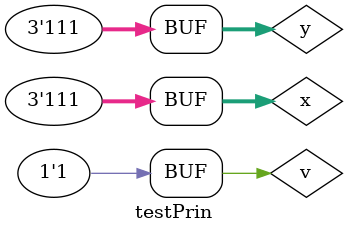
<source format=v>
module Adder (output s0, 
output s1,
input a, 
input b);
xor XOR1 (s0,a,b);
and AND1 (s1,a,b);
endmodule//Adder

module Increment (output [1:0] s,
output Carry_out,
input x,
input y,
input Carry_in);
wire t1;
fullAdder fA5 (s[0],t1,Carry_in,x,1);
fullAdder fA6 (s[1],Carry_out,t1,y,0);
endmodule//Increment

module C1 (output s1,
input a,
input b);
xor XOR2(s1,a,b);
endmodule//C1

module fullAdder (output s2,
output Carry_out,
input Carry_in,
input x,
input y);
wire temp1,temp2,temp3;
Adder A1 (temp1,temp2,x,y);
Adder A2 (s2,temp3,temp1,Carry_in);
or OR1(Carry_out,temp3,temp2);
endmodule//fullAdder

module Prin (output [2:0] s,
output sinal,
input [2:0] x1,
input [2:0] y1,
input Carry_in);
wire temp4,temp5,c0,c1,c2,c3;
wire [2:0] ts,c_out;
C1 C0 (c0,Carry_in,y1[0]);
C1 C1 (c1,Carry_in,y1[1]);
C1 C2 (c2,Carry_in,y1[2]);
fullAdder fA1(ts[0],temp4,Carry_in,x1[0],c0);
fullAdder fA2(ts[1],temp5,temp4,x1[1],c1);
fullAdder fA3(ts[2],Carry_out,temp5,x1[2],c2);
C1 C3 (sinal,Carry_out,Carry_in);
Increment I1 (s[1:0],s[2],ts[0],ts[1],ts[2]);
endmodule//Prin

module testPrin;
// ------------------------- definir dados 
reg [2:0] x;
reg [2:0] y;
reg  v;
wire [2:0] s;
wire sinal,Carry_out; 
Prin modulo ( s, sinal, x, y, v);
// ------------------------- parte principal 
initial begin 
$display("Exemplo0033 - Lucas Cardoso - 441694"); 
$display("Test AU's module"); 
x = 3'b000; y = 3'b000; v = 'b0; 
// projetar testes do modulo 
$display("\na b Carry_in sinal s");
#1 $monitor("%b %b %b %b %b",x,y,v,sinal,s);
#1 x='b000;y ='b000; v= 'b0;  
#1 x='b001;y ='b001; v= 'b0;
#1 x='b010;y ='b010; v= 'b0;
#1 x='b011;y ='b011; v= 'b0;
 
#1 x='b100;y ='b100; v= 'b0;  
#1 x='b101;y ='b101; v= 'b0;
#1 x='b110;y ='b110; v= 'b0;
#1 x='b111;y ='b111; v= 'b0; 

#1 x='b000;y ='b000; v= 'b1; 
#1 x='b001;y ='b001; v= 'b1;  
#1 x='b010;y ='b010; v= 'b1;
#1 x='b011;y ='b011; v= 'b1;

#1 x='b100;y ='b100; v= 'b1; 
#1 x='b101;y ='b101; v= 'b1;  
#1 x='b110;y ='b110; v= 'b1;
#1 x='b111;y ='b111; v= 'b1;

end 
endmodule // test_FullAdder 
</source>
